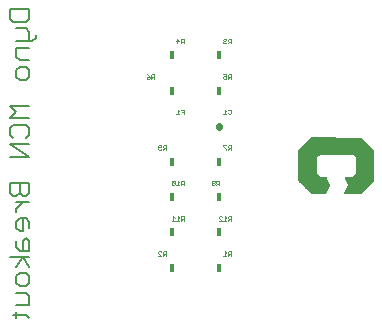
<source format=gbo>
G75*
G70*
%OFA0B0*%
%FSLAX24Y24*%
%IPPOS*%
%LPD*%
%AMOC8*
5,1,8,0,0,1.08239X$1,22.5*
%
%ADD10C,0.0020*%
%ADD11C,0.0060*%
%ADD12C,0.0010*%
%ADD13C,0.0220*%
%ADD14R,0.0180X0.0300*%
D10*
X018519Y005067D02*
X019469Y005067D01*
X019462Y005085D02*
X018518Y005085D01*
X018518Y005067D02*
X018928Y004658D01*
X019416Y004658D01*
X019530Y004918D01*
X019416Y005197D01*
X019215Y005193D01*
X019117Y005300D01*
X019117Y005847D01*
X019223Y005957D01*
X020333Y005957D01*
X020432Y005859D01*
X020436Y005307D01*
X020317Y005189D01*
X020058Y005189D01*
X020180Y004926D01*
X020054Y004658D01*
X020605Y004662D01*
X021006Y005063D01*
X020995Y006087D01*
X020601Y006481D01*
X020601Y006496D01*
X018932Y006500D01*
X018514Y006079D01*
X018518Y005067D01*
X018537Y005048D02*
X019477Y005048D01*
X019484Y005030D02*
X018555Y005030D01*
X018574Y005012D02*
X019492Y005012D01*
X019499Y004994D02*
X018592Y004994D01*
X018610Y004975D02*
X019506Y004975D01*
X019514Y004957D02*
X018628Y004957D01*
X018646Y004939D02*
X019521Y004939D01*
X019529Y004921D02*
X018665Y004921D01*
X018683Y004903D02*
X019523Y004903D01*
X019515Y004884D02*
X018701Y004884D01*
X018719Y004866D02*
X019507Y004866D01*
X019499Y004848D02*
X018738Y004848D01*
X018756Y004830D02*
X019491Y004830D01*
X019483Y004811D02*
X018774Y004811D01*
X018792Y004793D02*
X019475Y004793D01*
X019467Y004775D02*
X018811Y004775D01*
X018829Y004757D02*
X019459Y004757D01*
X019451Y004739D02*
X018847Y004739D01*
X018865Y004720D02*
X019443Y004720D01*
X019435Y004702D02*
X018883Y004702D01*
X018902Y004684D02*
X019427Y004684D01*
X019419Y004666D02*
X018920Y004666D01*
X018518Y005103D02*
X019454Y005103D01*
X019447Y005121D02*
X018518Y005121D01*
X018518Y005140D02*
X019439Y005140D01*
X019432Y005158D02*
X018518Y005158D01*
X018518Y005176D02*
X019425Y005176D01*
X019417Y005194D02*
X019265Y005194D01*
X019214Y005194D02*
X018518Y005194D01*
X018518Y005212D02*
X019197Y005212D01*
X019180Y005231D02*
X018518Y005231D01*
X018518Y005249D02*
X019164Y005249D01*
X019147Y005267D02*
X018517Y005267D01*
X018517Y005285D02*
X019130Y005285D01*
X019117Y005304D02*
X018517Y005304D01*
X018517Y005322D02*
X019117Y005322D01*
X019117Y005340D02*
X018517Y005340D01*
X018517Y005358D02*
X019117Y005358D01*
X019117Y005376D02*
X018517Y005376D01*
X018517Y005395D02*
X019117Y005395D01*
X019117Y005413D02*
X018517Y005413D01*
X018517Y005431D02*
X019117Y005431D01*
X019117Y005449D02*
X018517Y005449D01*
X018517Y005468D02*
X019117Y005468D01*
X019117Y005486D02*
X018517Y005486D01*
X018517Y005504D02*
X019117Y005504D01*
X019117Y005522D02*
X018516Y005522D01*
X018516Y005541D02*
X019117Y005541D01*
X019117Y005559D02*
X018516Y005559D01*
X018516Y005577D02*
X019117Y005577D01*
X019117Y005595D02*
X018516Y005595D01*
X018516Y005613D02*
X019117Y005613D01*
X019117Y005632D02*
X018516Y005632D01*
X018516Y005650D02*
X019117Y005650D01*
X019117Y005668D02*
X018516Y005668D01*
X018516Y005686D02*
X019117Y005686D01*
X019117Y005705D02*
X018516Y005705D01*
X018516Y005723D02*
X019117Y005723D01*
X019117Y005741D02*
X018516Y005741D01*
X018516Y005759D02*
X019117Y005759D01*
X019117Y005778D02*
X018515Y005778D01*
X018515Y005796D02*
X019117Y005796D01*
X019117Y005814D02*
X018515Y005814D01*
X018515Y005832D02*
X019117Y005832D01*
X019120Y005850D02*
X018515Y005850D01*
X018515Y005869D02*
X019138Y005869D01*
X019155Y005887D02*
X018515Y005887D01*
X018515Y005905D02*
X019173Y005905D01*
X019191Y005923D02*
X018515Y005923D01*
X018515Y005942D02*
X019208Y005942D01*
X018739Y006306D02*
X020775Y006306D01*
X020757Y006324D02*
X018757Y006324D01*
X018775Y006343D02*
X020739Y006343D01*
X020721Y006361D02*
X018794Y006361D01*
X018812Y006379D02*
X020703Y006379D01*
X020684Y006397D02*
X018830Y006397D01*
X018848Y006416D02*
X020666Y006416D01*
X020648Y006434D02*
X018866Y006434D01*
X018884Y006452D02*
X020630Y006452D01*
X020611Y006470D02*
X018902Y006470D01*
X018920Y006488D02*
X020601Y006488D01*
X020794Y006288D02*
X018721Y006288D01*
X018703Y006270D02*
X020812Y006270D01*
X020830Y006251D02*
X018685Y006251D01*
X018667Y006233D02*
X020848Y006233D01*
X020867Y006215D02*
X018649Y006215D01*
X018631Y006197D02*
X020885Y006197D01*
X020903Y006179D02*
X018613Y006179D01*
X018595Y006160D02*
X020921Y006160D01*
X020939Y006142D02*
X018577Y006142D01*
X018559Y006124D02*
X020958Y006124D01*
X020976Y006106D02*
X018541Y006106D01*
X018523Y006087D02*
X020994Y006087D01*
X020995Y006069D02*
X018514Y006069D01*
X018514Y006051D02*
X020995Y006051D01*
X020995Y006033D02*
X018514Y006033D01*
X018515Y006014D02*
X020996Y006014D01*
X020996Y005996D02*
X018515Y005996D01*
X018515Y005978D02*
X020996Y005978D01*
X020996Y005960D02*
X018515Y005960D01*
X020064Y005176D02*
X021005Y005176D01*
X021005Y005158D02*
X020072Y005158D01*
X020081Y005140D02*
X021006Y005140D01*
X021006Y005121D02*
X020089Y005121D01*
X020098Y005103D02*
X021006Y005103D01*
X021006Y005085D02*
X020106Y005085D01*
X020114Y005067D02*
X021006Y005067D01*
X020992Y005048D02*
X020123Y005048D01*
X020131Y005030D02*
X020973Y005030D01*
X020955Y005012D02*
X020140Y005012D01*
X020148Y004994D02*
X020937Y004994D01*
X020919Y004975D02*
X020157Y004975D01*
X020165Y004957D02*
X020900Y004957D01*
X020882Y004939D02*
X020173Y004939D01*
X020177Y004921D02*
X020864Y004921D01*
X020846Y004903D02*
X020169Y004903D01*
X020160Y004884D02*
X020827Y004884D01*
X020809Y004866D02*
X020152Y004866D01*
X020143Y004848D02*
X020791Y004848D01*
X020773Y004830D02*
X020135Y004830D01*
X020126Y004811D02*
X020755Y004811D01*
X020736Y004793D02*
X020117Y004793D01*
X020109Y004775D02*
X020718Y004775D01*
X020700Y004757D02*
X020100Y004757D01*
X020092Y004739D02*
X020682Y004739D01*
X020663Y004720D02*
X020083Y004720D01*
X020075Y004702D02*
X020645Y004702D01*
X020627Y004684D02*
X020066Y004684D01*
X020057Y004666D02*
X020609Y004666D01*
X020322Y005194D02*
X021005Y005194D01*
X021005Y005212D02*
X020341Y005212D01*
X020359Y005231D02*
X021005Y005231D01*
X021004Y005249D02*
X020377Y005249D01*
X020395Y005267D02*
X021004Y005267D01*
X021004Y005285D02*
X020414Y005285D01*
X020432Y005304D02*
X021004Y005304D01*
X021004Y005322D02*
X020435Y005322D01*
X020435Y005340D02*
X021003Y005340D01*
X021003Y005358D02*
X020435Y005358D01*
X020435Y005376D02*
X021003Y005376D01*
X021003Y005395D02*
X020435Y005395D01*
X020435Y005413D02*
X021002Y005413D01*
X021002Y005431D02*
X020435Y005431D01*
X020435Y005449D02*
X021002Y005449D01*
X021002Y005468D02*
X020434Y005468D01*
X020434Y005486D02*
X021002Y005486D01*
X021001Y005504D02*
X020434Y005504D01*
X020434Y005522D02*
X021001Y005522D01*
X021001Y005541D02*
X020434Y005541D01*
X020434Y005559D02*
X021001Y005559D01*
X021001Y005577D02*
X020434Y005577D01*
X020434Y005595D02*
X021000Y005595D01*
X021000Y005613D02*
X020433Y005613D01*
X020433Y005632D02*
X021000Y005632D01*
X021000Y005650D02*
X020433Y005650D01*
X020433Y005668D02*
X020999Y005668D01*
X020999Y005686D02*
X020433Y005686D01*
X020433Y005705D02*
X020999Y005705D01*
X020999Y005723D02*
X020433Y005723D01*
X020432Y005741D02*
X020999Y005741D01*
X020998Y005759D02*
X020432Y005759D01*
X020432Y005778D02*
X020998Y005778D01*
X020998Y005796D02*
X020432Y005796D01*
X020432Y005814D02*
X020998Y005814D01*
X020998Y005832D02*
X020432Y005832D01*
X020432Y005850D02*
X020997Y005850D01*
X020997Y005869D02*
X020422Y005869D01*
X020403Y005887D02*
X020997Y005887D01*
X020997Y005905D02*
X020385Y005905D01*
X020367Y005923D02*
X020997Y005923D01*
X020996Y005942D02*
X020349Y005942D01*
D11*
X009547Y002510D02*
X008907Y002510D01*
X009120Y002190D02*
X009334Y002510D01*
X009547Y002190D01*
X009441Y001973D02*
X009227Y001973D01*
X009120Y001866D01*
X009120Y001653D01*
X009227Y001546D01*
X009441Y001546D01*
X009547Y001653D01*
X009547Y001866D01*
X009441Y001973D01*
X009441Y001328D02*
X009120Y001328D01*
X009441Y001328D02*
X009547Y001222D01*
X009547Y000901D01*
X009120Y000901D01*
X009120Y000684D02*
X009120Y000470D01*
X009014Y000577D02*
X009441Y000577D01*
X009547Y000470D01*
X009547Y002727D02*
X009227Y002727D01*
X009120Y002834D01*
X009120Y003048D01*
X009334Y003048D02*
X009334Y002727D01*
X009547Y002727D02*
X009547Y003048D01*
X009441Y003154D01*
X009334Y003048D01*
X009334Y003372D02*
X009334Y003799D01*
X009441Y003799D02*
X009227Y003799D01*
X009120Y003692D01*
X009120Y003479D01*
X009227Y003372D01*
X009334Y003372D01*
X009547Y003479D02*
X009547Y003692D01*
X009441Y003799D01*
X009120Y004016D02*
X009120Y004123D01*
X009334Y004336D01*
X009547Y004336D02*
X009120Y004336D01*
X009120Y004554D02*
X009227Y004660D01*
X009227Y004981D01*
X009547Y004981D02*
X008907Y004981D01*
X008907Y004660D01*
X009014Y004554D01*
X009120Y004554D01*
X009227Y004660D02*
X009334Y004554D01*
X009441Y004554D01*
X009547Y004660D01*
X009547Y004981D01*
X009547Y005843D02*
X008907Y005843D01*
X008907Y006270D02*
X009547Y005843D01*
X009547Y006270D02*
X008907Y006270D01*
X009014Y006487D02*
X008907Y006594D01*
X008907Y006807D01*
X009014Y006914D01*
X009441Y006914D01*
X009547Y006807D01*
X009547Y006594D01*
X009441Y006487D01*
X009547Y007132D02*
X008907Y007132D01*
X009120Y007345D01*
X008907Y007559D01*
X009547Y007559D01*
X009441Y008421D02*
X009227Y008421D01*
X009120Y008528D01*
X009120Y008741D01*
X009227Y008848D01*
X009441Y008848D01*
X009547Y008741D01*
X009547Y008528D01*
X009441Y008421D01*
X009547Y009065D02*
X009227Y009065D01*
X009120Y009172D01*
X009120Y009492D01*
X009547Y009492D01*
X009547Y009710D02*
X009547Y010030D01*
X009441Y010137D01*
X009120Y010137D01*
X009014Y010354D02*
X008907Y010461D01*
X008907Y010781D01*
X009547Y010781D01*
X009547Y010461D01*
X009441Y010354D01*
X009014Y010354D01*
X009761Y009923D02*
X009761Y009817D01*
X009654Y009710D01*
X009120Y009710D01*
D12*
X013459Y008604D02*
X013509Y008579D01*
X013559Y008529D01*
X013484Y008529D01*
X013459Y008504D01*
X013459Y008479D01*
X013484Y008454D01*
X013534Y008454D01*
X013559Y008479D01*
X013559Y008529D01*
X013606Y008529D02*
X013631Y008504D01*
X013706Y008504D01*
X013656Y008504D02*
X013606Y008454D01*
X013606Y008529D02*
X013606Y008579D01*
X013631Y008604D01*
X013706Y008604D01*
X013706Y008454D01*
X014493Y007423D02*
X014493Y007273D01*
X014543Y007273D02*
X014443Y007273D01*
X014543Y007373D02*
X014493Y007423D01*
X014590Y007423D02*
X014690Y007423D01*
X014690Y007273D01*
X014690Y007348D02*
X014640Y007348D01*
X016018Y007273D02*
X016118Y007273D01*
X016068Y007273D02*
X016068Y007423D01*
X016118Y007373D01*
X016165Y007398D02*
X016190Y007423D01*
X016240Y007423D01*
X016265Y007398D01*
X016265Y007298D01*
X016240Y007273D01*
X016190Y007273D01*
X016165Y007298D01*
X016190Y006242D02*
X016165Y006217D01*
X016165Y006167D01*
X016190Y006142D01*
X016265Y006142D01*
X016215Y006142D02*
X016165Y006092D01*
X016118Y006092D02*
X016118Y006117D01*
X016018Y006217D01*
X016018Y006242D01*
X016118Y006242D01*
X016190Y006242D02*
X016265Y006242D01*
X016265Y006092D01*
X015872Y005061D02*
X015796Y005061D01*
X015771Y005036D01*
X015771Y004986D01*
X015796Y004961D01*
X015872Y004961D01*
X015872Y004911D02*
X015872Y005061D01*
X015821Y004961D02*
X015771Y004911D01*
X015724Y004936D02*
X015724Y004961D01*
X015699Y004986D01*
X015649Y004986D01*
X015624Y004961D01*
X015624Y004936D01*
X015649Y004911D01*
X015699Y004911D01*
X015724Y004936D01*
X015699Y004986D02*
X015724Y005011D01*
X015724Y005036D01*
X015699Y005061D01*
X015649Y005061D01*
X015624Y005036D01*
X015624Y005011D01*
X015649Y004986D01*
X014690Y004961D02*
X014615Y004961D01*
X014590Y004986D01*
X014590Y005036D01*
X014615Y005061D01*
X014690Y005061D01*
X014690Y004911D01*
X014640Y004961D02*
X014590Y004911D01*
X014543Y004911D02*
X014443Y004911D01*
X014493Y004911D02*
X014493Y005061D01*
X014543Y005011D01*
X014396Y005036D02*
X014371Y005061D01*
X014321Y005061D01*
X014296Y005036D01*
X014396Y004936D01*
X014371Y004911D01*
X014321Y004911D01*
X014296Y004936D01*
X014296Y005036D01*
X014396Y005036D02*
X014396Y004936D01*
X014346Y003880D02*
X014346Y003730D01*
X014396Y003730D02*
X014296Y003730D01*
X014396Y003830D02*
X014346Y003880D01*
X014493Y003880D02*
X014493Y003730D01*
X014543Y003730D02*
X014443Y003730D01*
X014543Y003830D02*
X014493Y003880D01*
X014590Y003855D02*
X014590Y003805D01*
X014615Y003780D01*
X014690Y003780D01*
X014640Y003780D02*
X014590Y003730D01*
X014690Y003730D02*
X014690Y003880D01*
X014615Y003880D01*
X014590Y003855D01*
X015871Y003855D02*
X015896Y003880D01*
X015946Y003880D01*
X015971Y003855D01*
X016068Y003880D02*
X016068Y003730D01*
X016118Y003730D02*
X016018Y003730D01*
X015971Y003730D02*
X015871Y003830D01*
X015871Y003855D01*
X015871Y003730D02*
X015971Y003730D01*
X016118Y003830D02*
X016068Y003880D01*
X016165Y003855D02*
X016165Y003805D01*
X016190Y003780D01*
X016265Y003780D01*
X016215Y003780D02*
X016165Y003730D01*
X016265Y003730D02*
X016265Y003880D01*
X016190Y003880D01*
X016165Y003855D01*
X016190Y002699D02*
X016165Y002674D01*
X016165Y002624D01*
X016190Y002599D01*
X016265Y002599D01*
X016215Y002599D02*
X016165Y002549D01*
X016118Y002549D02*
X016018Y002549D01*
X016068Y002549D02*
X016068Y002699D01*
X016118Y002649D01*
X016190Y002699D02*
X016265Y002699D01*
X016265Y002549D01*
X014100Y002549D02*
X014100Y002699D01*
X014025Y002699D01*
X014000Y002674D01*
X014000Y002624D01*
X014025Y002599D01*
X014100Y002599D01*
X014050Y002599D02*
X014000Y002549D01*
X013953Y002549D02*
X013852Y002649D01*
X013852Y002674D01*
X013878Y002699D01*
X013928Y002699D01*
X013953Y002674D01*
X013953Y002549D02*
X013852Y002549D01*
X013878Y006092D02*
X013852Y006117D01*
X013852Y006217D01*
X013878Y006242D01*
X013928Y006242D01*
X013953Y006217D01*
X013953Y006192D01*
X013928Y006167D01*
X013852Y006167D01*
X013878Y006092D02*
X013928Y006092D01*
X013953Y006117D01*
X014000Y006092D02*
X014050Y006142D01*
X014025Y006142D02*
X014100Y006142D01*
X014100Y006092D02*
X014100Y006242D01*
X014025Y006242D01*
X014000Y006217D01*
X014000Y006167D01*
X014025Y006142D01*
X016043Y008454D02*
X016093Y008454D01*
X016118Y008479D01*
X016118Y008529D02*
X016068Y008554D01*
X016043Y008554D01*
X016018Y008529D01*
X016018Y008479D01*
X016043Y008454D01*
X016118Y008529D02*
X016118Y008604D01*
X016018Y008604D01*
X016165Y008579D02*
X016165Y008529D01*
X016190Y008504D01*
X016265Y008504D01*
X016215Y008504D02*
X016165Y008454D01*
X016265Y008454D02*
X016265Y008604D01*
X016190Y008604D01*
X016165Y008579D01*
X016165Y009635D02*
X016215Y009685D01*
X016190Y009685D02*
X016265Y009685D01*
X016265Y009635D02*
X016265Y009785D01*
X016190Y009785D01*
X016165Y009760D01*
X016165Y009710D01*
X016190Y009685D01*
X016118Y009660D02*
X016093Y009635D01*
X016043Y009635D01*
X016018Y009660D01*
X016018Y009685D01*
X016043Y009710D01*
X016068Y009710D01*
X016043Y009710D02*
X016018Y009735D01*
X016018Y009760D01*
X016043Y009785D01*
X016093Y009785D01*
X016118Y009760D01*
X014690Y009785D02*
X014690Y009635D01*
X014690Y009685D02*
X014615Y009685D01*
X014590Y009710D01*
X014590Y009760D01*
X014615Y009785D01*
X014690Y009785D01*
X014640Y009685D02*
X014590Y009635D01*
X014543Y009710D02*
X014443Y009710D01*
X014468Y009635D02*
X014468Y009785D01*
X014543Y009710D01*
D13*
X015877Y006886D02*
X015877Y006862D01*
D14*
X015877Y005693D03*
X014302Y005693D03*
X014302Y004512D03*
X014302Y003331D03*
X014302Y002150D03*
X015877Y002150D03*
X015877Y003331D03*
X015877Y004512D03*
X015877Y008055D03*
X014302Y008055D03*
X014302Y009237D03*
X015877Y009237D03*
M02*

</source>
